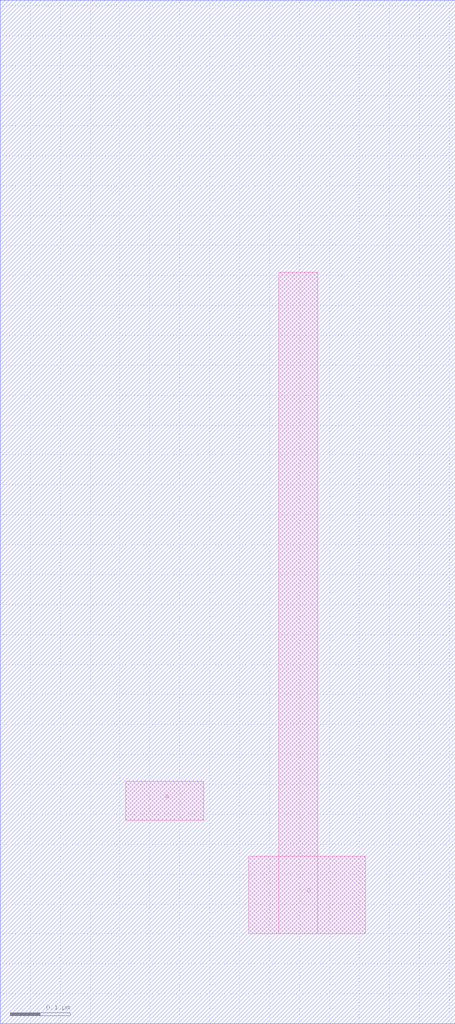
<source format=lef>
VERSION 5.7 ;
NAMESCASESENSITIVE ON ;
BUSBITCHARS "[]" ;
DIVIDERCHAR "/" ;

UNITS
  DATABASE MICRONS	1000 ;
END UNITS

MANUFACTURINGGRID	0.0025 ;

SITE core
  SIZE 0.19 BY 1.71 ;
  CLASS CORE ;
END core

LAYER metal1
  TYPE			ROUTING ;
  DIRECTION		HORIZONTAL ;
  PITCH			0.200 ;
  OFFSET		0.000 ;
  WIDTH			0.100 ;
END metal1

LAYER metal2
  TYPE			ROUTING ;
  DIRECTION		VERTICAL ;
  PITCH			0.200 ;
  OFFSET		0.100 ;
  WIDTH			0.1 ;
END metal2

LAYER metal3
  TYPE			ROUTING ;
  DIRECTION		HORIZONTAL ;
  PITCH			0.200 ;
  OFFSET		0.000 ;
  WIDTH			0.1 ;
END metal3

MACRO mStdCell_u1
    CLASS CORE ;
    FOREIGN mStdCell_u1 0.000 0.000 ;
    ORIGIN 0.000 0.000 ;
    SIZE 0.760 BY 1.71 ;
    SYMMETRY X Y ;
    SITE core ;
    PIN o
        DIRECTION OUTPUT ;
        PORT
        LAYER metal1 ;
        RECT 0.465 0.150 0.53 1.255 ;
        RECT 0.415 0.150 0.61 0.28 ;
        END
    END o
    PIN a
        DIRECTION INPUT ;
        PORT
        LAYER metal1 ;
        RECT 0.210 0.340 0.34 0.405 ;
        END
    END a
END mStdCell_u1

MACRO mStdCell_u2
    CLASS CORE ;
    FOREIGN mStdCell_u2 0.000 0.000 ;
    ORIGIN 0.000 0.000 ;
    SIZE 0.760 BY 1.71 ;
    SYMMETRY X Y ;
    SITE core ;
    PIN o
        DIRECTION OUTPUT ;
        PORT
        LAYER metal1 ;
        RECT 0.465 0.150 0.53 1.255 ;
        RECT 0.415 0.150 0.61 0.28 ;
        END
    END o
    PIN a
        DIRECTION INPUT ;
        PORT
        LAYER metal1 ;
        RECT 0.210 0.340 0.34 0.405 ;
        END
    END a
END mStdCell_u2

MACRO mStdCell_u3
    CLASS CORE ;
    FOREIGN mStdCell_u3 0.000 0.000 ;
    ORIGIN 0.000 0.000 ;
    SIZE 0.760 BY 1.71 ;
    SYMMETRY X Y ;
    SITE core ;
    PIN o
        DIRECTION OUTPUT ;
        PORT
        LAYER metal1 ;
        RECT 0.465 0.150 0.53 1.255 ;
        RECT 0.415 0.150 0.61 0.28 ;
        END
    END o
    PIN a
        DIRECTION INPUT ;
        PORT
        LAYER metal1 ;
        RECT 0.210 0.340 0.34 0.405 ;
        END
    END a
END mStdCell_u3

MACRO mStdCell_u4
    CLASS CORE ;
    FOREIGN mStdCell_u4 0.000 0.000 ;
    ORIGIN 0.000 0.000 ;
    SIZE 0.760 BY 1.71 ;
    SYMMETRY X Y ;
    SITE core ;
    PIN o
        DIRECTION OUTPUT ;
        PORT
        LAYER metal1 ;
        RECT 0.465 0.150 0.53 1.255 ;
        RECT 0.415 0.150 0.61 0.28 ;
        END
    END o
    PIN a
        DIRECTION INPUT ;
        PORT
        LAYER metal1 ;
        RECT 0.210 0.340 0.34 0.405 ;
        END
    END a
END mStdCell_u4

END LIBRARY

</source>
